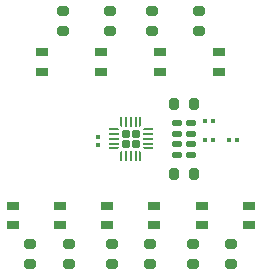
<source format=gbr>
%TF.GenerationSoftware,KiCad,Pcbnew,9.0.2*%
%TF.CreationDate,2025-07-12T02:23:40+02:00*%
%TF.ProjectId,Clock1.2,436c6f63-6b31-42e3-922e-6b696361645f,rev?*%
%TF.SameCoordinates,Original*%
%TF.FileFunction,Paste,Top*%
%TF.FilePolarity,Positive*%
%FSLAX46Y46*%
G04 Gerber Fmt 4.6, Leading zero omitted, Abs format (unit mm)*
G04 Created by KiCad (PCBNEW 9.0.2) date 2025-07-12 02:23:40*
%MOMM*%
%LPD*%
G01*
G04 APERTURE LIST*
G04 Aperture macros list*
%AMRoundRect*
0 Rectangle with rounded corners*
0 $1 Rounding radius*
0 $2 $3 $4 $5 $6 $7 $8 $9 X,Y pos of 4 corners*
0 Add a 4 corners polygon primitive as box body*
4,1,4,$2,$3,$4,$5,$6,$7,$8,$9,$2,$3,0*
0 Add four circle primitives for the rounded corners*
1,1,$1+$1,$2,$3*
1,1,$1+$1,$4,$5*
1,1,$1+$1,$6,$7*
1,1,$1+$1,$8,$9*
0 Add four rect primitives between the rounded corners*
20,1,$1+$1,$2,$3,$4,$5,0*
20,1,$1+$1,$4,$5,$6,$7,0*
20,1,$1+$1,$6,$7,$8,$9,0*
20,1,$1+$1,$8,$9,$2,$3,0*%
%AMFreePoly0*
4,1,14,0.334644,0.085355,0.385355,0.034644,0.400000,-0.000711,0.400000,-0.050000,0.385355,-0.085355,0.350000,-0.100000,-0.350000,-0.100000,-0.385355,-0.085355,-0.400000,-0.050000,-0.400000,0.050000,-0.385355,0.085355,-0.350000,0.100000,0.299289,0.100000,0.334644,0.085355,0.334644,0.085355,$1*%
%AMFreePoly1*
4,1,14,0.385355,0.085355,0.400000,0.050000,0.400000,0.000711,0.385355,-0.034644,0.334644,-0.085355,0.299289,-0.100000,-0.350000,-0.100000,-0.385355,-0.085355,-0.400000,-0.050000,-0.400000,0.050000,-0.385355,0.085355,-0.350000,0.100000,0.350000,0.100000,0.385355,0.085355,0.385355,0.085355,$1*%
%AMFreePoly2*
4,1,14,0.085355,0.385355,0.100000,0.350000,0.100000,-0.350000,0.085355,-0.385355,0.050000,-0.400000,-0.050000,-0.400000,-0.085355,-0.385355,-0.100000,-0.350000,-0.100000,0.299289,-0.085355,0.334644,-0.034644,0.385355,0.000711,0.400000,0.050000,0.400000,0.085355,0.385355,0.085355,0.385355,$1*%
%AMFreePoly3*
4,1,14,0.034644,0.385355,0.085355,0.334644,0.100000,0.299289,0.100000,-0.350000,0.085355,-0.385355,0.050000,-0.400000,-0.050000,-0.400000,-0.085355,-0.385355,-0.100000,-0.350000,-0.100000,0.350000,-0.085355,0.385355,-0.050000,0.400000,-0.000711,0.400000,0.034644,0.385355,0.034644,0.385355,$1*%
%AMFreePoly4*
4,1,14,0.385355,0.085355,0.400000,0.050000,0.400000,-0.050000,0.385355,-0.085355,0.350000,-0.100000,-0.299289,-0.100000,-0.334644,-0.085355,-0.385355,-0.034644,-0.400000,0.000711,-0.400000,0.050000,-0.385355,0.085355,-0.350000,0.100000,0.350000,0.100000,0.385355,0.085355,0.385355,0.085355,$1*%
%AMFreePoly5*
4,1,14,0.385355,0.085355,0.400000,0.050000,0.400000,-0.050000,0.385355,-0.085355,0.350000,-0.100000,-0.350000,-0.100000,-0.385355,-0.085355,-0.400000,-0.050000,-0.400000,-0.000711,-0.385355,0.034644,-0.334644,0.085355,-0.299289,0.100000,0.350000,0.100000,0.385355,0.085355,0.385355,0.085355,$1*%
%AMFreePoly6*
4,1,14,0.085355,0.385355,0.100000,0.350000,0.100000,-0.299289,0.085355,-0.334644,0.034644,-0.385355,-0.000711,-0.400000,-0.050000,-0.400000,-0.085355,-0.385355,-0.100000,-0.350000,-0.100000,0.350000,-0.085355,0.385355,-0.050000,0.400000,0.050000,0.400000,0.085355,0.385355,0.085355,0.385355,$1*%
%AMFreePoly7*
4,1,14,0.085355,0.385355,0.100000,0.350000,0.100000,-0.350000,0.085355,-0.385355,0.050000,-0.400000,0.000711,-0.400000,-0.034644,-0.385355,-0.085355,-0.334644,-0.100000,-0.299289,-0.100000,0.350000,-0.085355,0.385355,-0.050000,0.400000,0.050000,0.400000,0.085355,0.385355,0.085355,0.385355,$1*%
G04 Aperture macros list end*
%ADD10RoundRect,0.112500X0.437500X-0.262500X0.437500X0.262500X-0.437500X0.262500X-0.437500X-0.262500X0*%
%ADD11RoundRect,0.200000X-0.275000X0.200000X-0.275000X-0.200000X0.275000X-0.200000X0.275000X0.200000X0*%
%ADD12RoundRect,0.200000X0.200000X0.275000X-0.200000X0.275000X-0.200000X-0.275000X0.200000X-0.275000X0*%
%ADD13RoundRect,0.200000X0.275000X-0.200000X0.275000X0.200000X-0.275000X0.200000X-0.275000X-0.200000X0*%
%ADD14RoundRect,0.112500X-0.437500X0.262500X-0.437500X-0.262500X0.437500X-0.262500X0.437500X0.262500X0*%
%ADD15RoundRect,0.172500X-0.172500X-0.172500X0.172500X-0.172500X0.172500X0.172500X-0.172500X0.172500X0*%
%ADD16FreePoly0,0.000000*%
%ADD17RoundRect,0.050000X-0.350000X-0.050000X0.350000X-0.050000X0.350000X0.050000X-0.350000X0.050000X0*%
%ADD18FreePoly1,0.000000*%
%ADD19FreePoly2,0.000000*%
%ADD20RoundRect,0.050000X-0.050000X-0.350000X0.050000X-0.350000X0.050000X0.350000X-0.050000X0.350000X0*%
%ADD21FreePoly3,0.000000*%
%ADD22FreePoly4,0.000000*%
%ADD23FreePoly5,0.000000*%
%ADD24FreePoly6,0.000000*%
%ADD25FreePoly7,0.000000*%
%ADD26RoundRect,0.079500X-0.079500X-0.100500X0.079500X-0.100500X0.079500X0.100500X-0.079500X0.100500X0*%
%ADD27RoundRect,0.079500X0.100500X-0.079500X0.100500X0.079500X-0.100500X0.079500X-0.100500X-0.079500X0*%
%ADD28RoundRect,0.125000X-0.275000X-0.125000X0.275000X-0.125000X0.275000X0.125000X-0.275000X0.125000X0*%
%ADD29RoundRect,0.079500X0.079500X0.100500X-0.079500X0.100500X-0.079500X-0.100500X0.079500X-0.100500X0*%
G04 APERTURE END LIST*
D10*
%TO.C,D4*%
X90000000Y-107325000D03*
X90000000Y-105675000D03*
%TD*%
D11*
%TO.C,R7*%
X101625000Y-108925000D03*
X101625000Y-110575000D03*
%TD*%
%TO.C,R5*%
X94750000Y-108925000D03*
X94750000Y-110575000D03*
%TD*%
D12*
%TO.C,R11*%
X105325000Y-97050000D03*
X103675000Y-97050000D03*
%TD*%
D11*
%TO.C,R9*%
X108500000Y-108925000D03*
X108500000Y-110575000D03*
%TD*%
%TO.C,R6*%
X98375000Y-108925000D03*
X98375000Y-110575000D03*
%TD*%
D13*
%TO.C,R3*%
X105750000Y-90850000D03*
X105750000Y-89200000D03*
%TD*%
%TO.C,R1*%
X98250000Y-90850000D03*
X98250000Y-89200000D03*
%TD*%
D14*
%TO.C,D1*%
X97500000Y-92675000D03*
X97500000Y-94325000D03*
%TD*%
D15*
%TO.C,U1*%
X99575000Y-99575000D03*
X99575000Y-100425000D03*
X100425000Y-99575000D03*
X100425000Y-100425000D03*
D16*
X98550000Y-99200000D03*
D17*
X98550000Y-99600000D03*
X98550000Y-100000000D03*
X98550000Y-100400000D03*
D18*
X98550000Y-100800000D03*
D19*
X99200000Y-101450000D03*
D20*
X99600000Y-101450000D03*
X100000000Y-101450000D03*
X100400000Y-101450000D03*
D21*
X100800000Y-101450000D03*
D22*
X101450000Y-100800000D03*
D17*
X101450000Y-100400000D03*
X101450000Y-100000000D03*
X101450000Y-99600000D03*
D23*
X101450000Y-99200000D03*
D24*
X100800000Y-98550000D03*
D20*
X100400000Y-98550000D03*
X100000000Y-98550000D03*
X99600000Y-98550000D03*
D25*
X99200000Y-98550000D03*
%TD*%
D14*
%TO.C,D0*%
X92500000Y-92675000D03*
X92500000Y-94325000D03*
%TD*%
D12*
%TO.C,R12*%
X105325000Y-102950000D03*
X103675000Y-102950000D03*
%TD*%
D10*
%TO.C,D6*%
X98000000Y-107325000D03*
X98000000Y-105675000D03*
%TD*%
D26*
%TO.C,C2*%
X106305000Y-100100000D03*
X106995000Y-100100000D03*
%TD*%
D14*
%TO.C,D2*%
X102500000Y-92675000D03*
X102500000Y-94325000D03*
%TD*%
D10*
%TO.C,D5*%
X94000000Y-107325000D03*
X94000000Y-105675000D03*
%TD*%
D13*
%TO.C,R2*%
X101750000Y-90850000D03*
X101750000Y-89200000D03*
%TD*%
D11*
%TO.C,R4*%
X91500000Y-108925000D03*
X91500000Y-110575000D03*
%TD*%
D27*
%TO.C,C1*%
X97200000Y-100545000D03*
X97200000Y-99855000D03*
%TD*%
D10*
%TO.C,D7*%
X102000000Y-107325000D03*
X102000000Y-105675000D03*
%TD*%
D28*
%TO.C,U2*%
X103900000Y-98650000D03*
X103900000Y-99550000D03*
X103900000Y-100450000D03*
X103900000Y-101350000D03*
X105100000Y-101350000D03*
X105100000Y-100450000D03*
X105100000Y-99550000D03*
X105100000Y-98650000D03*
%TD*%
D26*
%TO.C,R10*%
X106305000Y-98475000D03*
X106995000Y-98475000D03*
%TD*%
D10*
%TO.C,D9*%
X110000000Y-107325000D03*
X110000000Y-105675000D03*
%TD*%
D29*
%TO.C,C3*%
X108995000Y-100100000D03*
X108305000Y-100100000D03*
%TD*%
D14*
%TO.C,D3*%
X107500000Y-92675000D03*
X107500000Y-94325000D03*
%TD*%
D11*
%TO.C,R8*%
X105250000Y-108925000D03*
X105250000Y-110575000D03*
%TD*%
D13*
%TO.C,R0*%
X94250000Y-90850000D03*
X94250000Y-89200000D03*
%TD*%
D10*
%TO.C,D8*%
X106000000Y-107325000D03*
X106000000Y-105675000D03*
%TD*%
M02*

</source>
